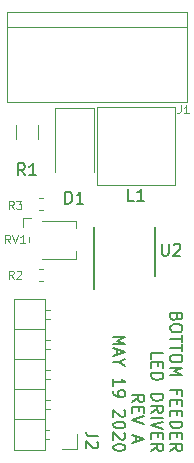
<source format=gbr>
%TF.GenerationSoftware,KiCad,Pcbnew,5.99.0-unknown-ad88874~101~ubuntu20.04.1*%
%TF.CreationDate,2020-05-19T22:39:21-04:00*%
%TF.ProjectId,headlights,68656164-6c69-4676-9874-732e6b696361,rev?*%
%TF.SameCoordinates,Original*%
%TF.FileFunction,Legend,Top*%
%TF.FilePolarity,Positive*%
%FSLAX46Y46*%
G04 Gerber Fmt 4.6, Leading zero omitted, Abs format (unit mm)*
G04 Created by KiCad (PCBNEW 5.99.0-unknown-ad88874~101~ubuntu20.04.1) date 2020-05-19 22:39:21*
%MOMM*%
%LPD*%
G01*
G04 APERTURE LIST*
%ADD10C,0.200000*%
%ADD11C,0.150000*%
%ADD12C,0.120000*%
G04 APERTURE END LIST*
D10*
X122686428Y-77046190D02*
X122638809Y-77189047D01*
X122591190Y-77236666D01*
X122495952Y-77284285D01*
X122353095Y-77284285D01*
X122257857Y-77236666D01*
X122210238Y-77189047D01*
X122162619Y-77093809D01*
X122162619Y-76712857D01*
X123162619Y-76712857D01*
X123162619Y-77046190D01*
X123115000Y-77141428D01*
X123067380Y-77189047D01*
X122972142Y-77236666D01*
X122876904Y-77236666D01*
X122781666Y-77189047D01*
X122734047Y-77141428D01*
X122686428Y-77046190D01*
X122686428Y-76712857D01*
X123162619Y-77903333D02*
X123162619Y-78093809D01*
X123115000Y-78189047D01*
X123019761Y-78284285D01*
X122829285Y-78331904D01*
X122495952Y-78331904D01*
X122305476Y-78284285D01*
X122210238Y-78189047D01*
X122162619Y-78093809D01*
X122162619Y-77903333D01*
X122210238Y-77808095D01*
X122305476Y-77712857D01*
X122495952Y-77665238D01*
X122829285Y-77665238D01*
X123019761Y-77712857D01*
X123115000Y-77808095D01*
X123162619Y-77903333D01*
X123162619Y-78617619D02*
X123162619Y-79189047D01*
X122162619Y-78903333D02*
X123162619Y-78903333D01*
X123162619Y-79379523D02*
X123162619Y-79950952D01*
X122162619Y-79665238D02*
X123162619Y-79665238D01*
X123162619Y-80474761D02*
X123162619Y-80665238D01*
X123115000Y-80760476D01*
X123019761Y-80855714D01*
X122829285Y-80903333D01*
X122495952Y-80903333D01*
X122305476Y-80855714D01*
X122210238Y-80760476D01*
X122162619Y-80665238D01*
X122162619Y-80474761D01*
X122210238Y-80379523D01*
X122305476Y-80284285D01*
X122495952Y-80236666D01*
X122829285Y-80236666D01*
X123019761Y-80284285D01*
X123115000Y-80379523D01*
X123162619Y-80474761D01*
X122162619Y-81331904D02*
X123162619Y-81331904D01*
X122448333Y-81665238D01*
X123162619Y-81998571D01*
X122162619Y-81998571D01*
X122686428Y-83570000D02*
X122686428Y-83236666D01*
X122162619Y-83236666D02*
X123162619Y-83236666D01*
X123162619Y-83712857D01*
X122686428Y-84093809D02*
X122686428Y-84427142D01*
X122162619Y-84570000D02*
X122162619Y-84093809D01*
X123162619Y-84093809D01*
X123162619Y-84570000D01*
X122686428Y-84998571D02*
X122686428Y-85331904D01*
X122162619Y-85474761D02*
X122162619Y-84998571D01*
X123162619Y-84998571D01*
X123162619Y-85474761D01*
X122162619Y-85903333D02*
X123162619Y-85903333D01*
X123162619Y-86141428D01*
X123115000Y-86284285D01*
X123019761Y-86379523D01*
X122924523Y-86427142D01*
X122734047Y-86474761D01*
X122591190Y-86474761D01*
X122400714Y-86427142D01*
X122305476Y-86379523D01*
X122210238Y-86284285D01*
X122162619Y-86141428D01*
X122162619Y-85903333D01*
X122686428Y-86903333D02*
X122686428Y-87236666D01*
X122162619Y-87379523D02*
X122162619Y-86903333D01*
X123162619Y-86903333D01*
X123162619Y-87379523D01*
X122162619Y-88379523D02*
X122638809Y-88046190D01*
X122162619Y-87808095D02*
X123162619Y-87808095D01*
X123162619Y-88189047D01*
X123115000Y-88284285D01*
X123067380Y-88331904D01*
X122972142Y-88379523D01*
X122829285Y-88379523D01*
X122734047Y-88331904D01*
X122686428Y-88284285D01*
X122638809Y-88189047D01*
X122638809Y-87808095D01*
X120552619Y-80570000D02*
X120552619Y-80093809D01*
X121552619Y-80093809D01*
X121076428Y-80903333D02*
X121076428Y-81236666D01*
X120552619Y-81379523D02*
X120552619Y-80903333D01*
X121552619Y-80903333D01*
X121552619Y-81379523D01*
X120552619Y-81808095D02*
X121552619Y-81808095D01*
X121552619Y-82046190D01*
X121505000Y-82189047D01*
X121409761Y-82284285D01*
X121314523Y-82331904D01*
X121124047Y-82379523D01*
X120981190Y-82379523D01*
X120790714Y-82331904D01*
X120695476Y-82284285D01*
X120600238Y-82189047D01*
X120552619Y-82046190D01*
X120552619Y-81808095D01*
X120552619Y-83570000D02*
X121552619Y-83570000D01*
X121552619Y-83808095D01*
X121505000Y-83950952D01*
X121409761Y-84046190D01*
X121314523Y-84093809D01*
X121124047Y-84141428D01*
X120981190Y-84141428D01*
X120790714Y-84093809D01*
X120695476Y-84046190D01*
X120600238Y-83950952D01*
X120552619Y-83808095D01*
X120552619Y-83570000D01*
X120552619Y-85141428D02*
X121028809Y-84808095D01*
X120552619Y-84570000D02*
X121552619Y-84570000D01*
X121552619Y-84950952D01*
X121505000Y-85046190D01*
X121457380Y-85093809D01*
X121362142Y-85141428D01*
X121219285Y-85141428D01*
X121124047Y-85093809D01*
X121076428Y-85046190D01*
X121028809Y-84950952D01*
X121028809Y-84570000D01*
X120552619Y-85570000D02*
X121552619Y-85570000D01*
X121552619Y-85903333D02*
X120552619Y-86236666D01*
X121552619Y-86570000D01*
X121076428Y-86903333D02*
X121076428Y-87236666D01*
X120552619Y-87379523D02*
X120552619Y-86903333D01*
X121552619Y-86903333D01*
X121552619Y-87379523D01*
X120552619Y-88379523D02*
X121028809Y-88046190D01*
X120552619Y-87808095D02*
X121552619Y-87808095D01*
X121552619Y-88189047D01*
X121505000Y-88284285D01*
X121457380Y-88331904D01*
X121362142Y-88379523D01*
X121219285Y-88379523D01*
X121124047Y-88331904D01*
X121076428Y-88284285D01*
X121028809Y-88189047D01*
X121028809Y-87808095D01*
X118942619Y-84236666D02*
X119418809Y-83903333D01*
X118942619Y-83665238D02*
X119942619Y-83665238D01*
X119942619Y-84046190D01*
X119895000Y-84141428D01*
X119847380Y-84189047D01*
X119752142Y-84236666D01*
X119609285Y-84236666D01*
X119514047Y-84189047D01*
X119466428Y-84141428D01*
X119418809Y-84046190D01*
X119418809Y-83665238D01*
X119466428Y-84665238D02*
X119466428Y-84998571D01*
X118942619Y-85141428D02*
X118942619Y-84665238D01*
X119942619Y-84665238D01*
X119942619Y-85141428D01*
X119942619Y-85427142D02*
X118942619Y-85760476D01*
X119942619Y-86093809D01*
X119228333Y-87141428D02*
X119228333Y-87617619D01*
X118942619Y-87046190D02*
X119942619Y-87379523D01*
X118942619Y-87712857D01*
X117332619Y-78712857D02*
X118332619Y-78712857D01*
X117618333Y-79046190D01*
X118332619Y-79379523D01*
X117332619Y-79379523D01*
X117618333Y-79808095D02*
X117618333Y-80284285D01*
X117332619Y-79712857D02*
X118332619Y-80046190D01*
X117332619Y-80379523D01*
X117808809Y-80903333D02*
X117332619Y-80903333D01*
X118332619Y-80570000D02*
X117808809Y-80903333D01*
X118332619Y-81236666D01*
X117332619Y-82855714D02*
X117332619Y-82284285D01*
X117332619Y-82570000D02*
X118332619Y-82570000D01*
X118189761Y-82474761D01*
X118094523Y-82379523D01*
X118046904Y-82284285D01*
X117332619Y-83331904D02*
X117332619Y-83522380D01*
X117380238Y-83617619D01*
X117427857Y-83665238D01*
X117570714Y-83760476D01*
X117761190Y-83808095D01*
X118142142Y-83808095D01*
X118237380Y-83760476D01*
X118285000Y-83712857D01*
X118332619Y-83617619D01*
X118332619Y-83427142D01*
X118285000Y-83331904D01*
X118237380Y-83284285D01*
X118142142Y-83236666D01*
X117904047Y-83236666D01*
X117808809Y-83284285D01*
X117761190Y-83331904D01*
X117713571Y-83427142D01*
X117713571Y-83617619D01*
X117761190Y-83712857D01*
X117808809Y-83760476D01*
X117904047Y-83808095D01*
X118237380Y-84950952D02*
X118285000Y-84998571D01*
X118332619Y-85093809D01*
X118332619Y-85331904D01*
X118285000Y-85427142D01*
X118237380Y-85474761D01*
X118142142Y-85522380D01*
X118046904Y-85522380D01*
X117904047Y-85474761D01*
X117332619Y-84903333D01*
X117332619Y-85522380D01*
X118332619Y-86141428D02*
X118332619Y-86236666D01*
X118285000Y-86331904D01*
X118237380Y-86379523D01*
X118142142Y-86427142D01*
X117951666Y-86474761D01*
X117713571Y-86474761D01*
X117523095Y-86427142D01*
X117427857Y-86379523D01*
X117380238Y-86331904D01*
X117332619Y-86236666D01*
X117332619Y-86141428D01*
X117380238Y-86046190D01*
X117427857Y-85998571D01*
X117523095Y-85950952D01*
X117713571Y-85903333D01*
X117951666Y-85903333D01*
X118142142Y-85950952D01*
X118237380Y-85998571D01*
X118285000Y-86046190D01*
X118332619Y-86141428D01*
X118237380Y-86855714D02*
X118285000Y-86903333D01*
X118332619Y-86998571D01*
X118332619Y-87236666D01*
X118285000Y-87331904D01*
X118237380Y-87379523D01*
X118142142Y-87427142D01*
X118046904Y-87427142D01*
X117904047Y-87379523D01*
X117332619Y-86808095D01*
X117332619Y-87427142D01*
X118332619Y-88046190D02*
X118332619Y-88141428D01*
X118285000Y-88236666D01*
X118237380Y-88284285D01*
X118142142Y-88331904D01*
X117951666Y-88379523D01*
X117713571Y-88379523D01*
X117523095Y-88331904D01*
X117427857Y-88284285D01*
X117380238Y-88236666D01*
X117332619Y-88141428D01*
X117332619Y-88046190D01*
X117380238Y-87950952D01*
X117427857Y-87903333D01*
X117523095Y-87855714D01*
X117713571Y-87808095D01*
X117951666Y-87808095D01*
X118142142Y-87855714D01*
X118237380Y-87903333D01*
X118285000Y-87950952D01*
X118332619Y-88046190D01*
D11*
%TO.C,J2*%
X116047619Y-87166666D02*
X115333333Y-87166666D01*
X115190476Y-87119047D01*
X115095238Y-87023809D01*
X115047619Y-86880952D01*
X115047619Y-86785714D01*
X115952380Y-87595238D02*
X116000000Y-87642857D01*
X116047619Y-87738095D01*
X116047619Y-87976190D01*
X116000000Y-88071428D01*
X115952380Y-88119047D01*
X115857142Y-88166666D01*
X115761904Y-88166666D01*
X115619047Y-88119047D01*
X115047619Y-87547619D01*
X115047619Y-88166666D01*
%TO.C,U2*%
X121438095Y-70852380D02*
X121438095Y-71661904D01*
X121485714Y-71757142D01*
X121533333Y-71804761D01*
X121628571Y-71852380D01*
X121819047Y-71852380D01*
X121914285Y-71804761D01*
X121961904Y-71757142D01*
X122009523Y-71661904D01*
X122009523Y-70852380D01*
X122438095Y-70947619D02*
X122485714Y-70900000D01*
X122580952Y-70852380D01*
X122819047Y-70852380D01*
X122914285Y-70900000D01*
X122961904Y-70947619D01*
X123009523Y-71042857D01*
X123009523Y-71138095D01*
X122961904Y-71280952D01*
X122390476Y-71852380D01*
X123009523Y-71852380D01*
D12*
%TO.C,J1*%
X123016666Y-59116666D02*
X123016666Y-59616666D01*
X122983333Y-59716666D01*
X122916666Y-59783333D01*
X122816666Y-59816666D01*
X122750000Y-59816666D01*
X123716666Y-59816666D02*
X123316666Y-59816666D01*
X123516666Y-59816666D02*
X123516666Y-59116666D01*
X123450000Y-59216666D01*
X123383333Y-59283333D01*
X123316666Y-59316666D01*
%TO.C,RV1*%
X108583333Y-70816666D02*
X108350000Y-70483333D01*
X108183333Y-70816666D02*
X108183333Y-70116666D01*
X108450000Y-70116666D01*
X108516666Y-70150000D01*
X108550000Y-70183333D01*
X108583333Y-70250000D01*
X108583333Y-70350000D01*
X108550000Y-70416666D01*
X108516666Y-70450000D01*
X108450000Y-70483333D01*
X108183333Y-70483333D01*
X108783333Y-70116666D02*
X109016666Y-70816666D01*
X109250000Y-70116666D01*
X109850000Y-70816666D02*
X109450000Y-70816666D01*
X109650000Y-70816666D02*
X109650000Y-70116666D01*
X109583333Y-70216666D01*
X109516666Y-70283333D01*
X109450000Y-70316666D01*
%TO.C,R3*%
X108883333Y-67916666D02*
X108650000Y-67583333D01*
X108483333Y-67916666D02*
X108483333Y-67216666D01*
X108750000Y-67216666D01*
X108816666Y-67250000D01*
X108850000Y-67283333D01*
X108883333Y-67350000D01*
X108883333Y-67450000D01*
X108850000Y-67516666D01*
X108816666Y-67550000D01*
X108750000Y-67583333D01*
X108483333Y-67583333D01*
X109116666Y-67216666D02*
X109550000Y-67216666D01*
X109316666Y-67483333D01*
X109416666Y-67483333D01*
X109483333Y-67516666D01*
X109516666Y-67550000D01*
X109550000Y-67616666D01*
X109550000Y-67783333D01*
X109516666Y-67850000D01*
X109483333Y-67883333D01*
X109416666Y-67916666D01*
X109216666Y-67916666D01*
X109150000Y-67883333D01*
X109116666Y-67850000D01*
%TO.C,R2*%
X108883333Y-73816666D02*
X108650000Y-73483333D01*
X108483333Y-73816666D02*
X108483333Y-73116666D01*
X108750000Y-73116666D01*
X108816666Y-73150000D01*
X108850000Y-73183333D01*
X108883333Y-73250000D01*
X108883333Y-73350000D01*
X108850000Y-73416666D01*
X108816666Y-73450000D01*
X108750000Y-73483333D01*
X108483333Y-73483333D01*
X109150000Y-73183333D02*
X109183333Y-73150000D01*
X109250000Y-73116666D01*
X109416666Y-73116666D01*
X109483333Y-73150000D01*
X109516666Y-73183333D01*
X109550000Y-73250000D01*
X109550000Y-73316666D01*
X109516666Y-73416666D01*
X109116666Y-73816666D01*
X109550000Y-73816666D01*
D11*
%TO.C,R1*%
X109833333Y-65052380D02*
X109500000Y-64576190D01*
X109261904Y-65052380D02*
X109261904Y-64052380D01*
X109642857Y-64052380D01*
X109738095Y-64100000D01*
X109785714Y-64147619D01*
X109833333Y-64242857D01*
X109833333Y-64385714D01*
X109785714Y-64480952D01*
X109738095Y-64528571D01*
X109642857Y-64576190D01*
X109261904Y-64576190D01*
X110785714Y-65052380D02*
X110214285Y-65052380D01*
X110500000Y-65052380D02*
X110500000Y-64052380D01*
X110404761Y-64195238D01*
X110309523Y-64290476D01*
X110214285Y-64338095D01*
%TO.C,L1*%
X119083333Y-67202380D02*
X118607142Y-67202380D01*
X118607142Y-66202380D01*
X119940476Y-67202380D02*
X119369047Y-67202380D01*
X119654761Y-67202380D02*
X119654761Y-66202380D01*
X119559523Y-66345238D01*
X119464285Y-66440476D01*
X119369047Y-66488095D01*
%TO.C,D1*%
X113261904Y-67452380D02*
X113261904Y-66452380D01*
X113500000Y-66452380D01*
X113642857Y-66500000D01*
X113738095Y-66595238D01*
X113785714Y-66690476D01*
X113833333Y-66880952D01*
X113833333Y-67023809D01*
X113785714Y-67214285D01*
X113738095Y-67309523D01*
X113642857Y-67404761D01*
X113500000Y-67452380D01*
X113261904Y-67452380D01*
X114785714Y-67452380D02*
X114214285Y-67452380D01*
X114500000Y-67452380D02*
X114500000Y-66452380D01*
X114404761Y-66595238D01*
X114309523Y-66690476D01*
X114214285Y-66738095D01*
D12*
%TO.C,J2*%
X114270000Y-88270000D02*
X113000000Y-88270000D01*
X114270000Y-87000000D02*
X114270000Y-88270000D01*
X111957071Y-76460000D02*
X111560000Y-76460000D01*
X111957071Y-77220000D02*
X111560000Y-77220000D01*
X111560000Y-78110000D02*
X108900000Y-78110000D01*
X111957071Y-79000000D02*
X111560000Y-79000000D01*
X111957071Y-79760000D02*
X111560000Y-79760000D01*
X111560000Y-80650000D02*
X108900000Y-80650000D01*
X111957071Y-81540000D02*
X111560000Y-81540000D01*
X111957071Y-82300000D02*
X111560000Y-82300000D01*
X111560000Y-83190000D02*
X108900000Y-83190000D01*
X111957071Y-84080000D02*
X111560000Y-84080000D01*
X111957071Y-84840000D02*
X111560000Y-84840000D01*
X111560000Y-85730000D02*
X108900000Y-85730000D01*
X111890000Y-86620000D02*
X111560000Y-86620000D01*
X111890000Y-87380000D02*
X111560000Y-87380000D01*
X108900000Y-88330000D02*
X111560000Y-88330000D01*
X108900000Y-75510000D02*
X108900000Y-88330000D01*
X111560000Y-75510000D02*
X108900000Y-75510000D01*
X111560000Y-88330000D02*
X111560000Y-75510000D01*
D11*
%TO.C,U2*%
X120825000Y-73575000D02*
X120825000Y-69425000D01*
X115675000Y-74675000D02*
X115675000Y-69425000D01*
D12*
%TO.C,J1*%
X123540000Y-51190000D02*
X108300000Y-51190000D01*
X123540000Y-58810000D02*
X108300000Y-58810000D01*
X123540000Y-52460000D02*
X108300000Y-52460000D01*
X108300000Y-51190000D02*
X108300000Y-58810000D01*
X123540000Y-51190000D02*
X123540000Y-58810000D01*
%TO.C,RV1*%
X109650000Y-68700000D02*
X109650000Y-69400000D01*
X110350000Y-68700000D02*
X109650000Y-68700000D01*
X114150000Y-72100000D02*
X114150000Y-71500000D01*
X111250000Y-72100000D02*
X114150000Y-72100000D01*
X114150000Y-68900000D02*
X114150000Y-69500000D01*
X111250000Y-68900000D02*
X114150000Y-68900000D01*
X110150000Y-70300000D02*
X110150000Y-70700000D01*
%TO.C,R3*%
X111037221Y-68010000D02*
X111362779Y-68010000D01*
X111037221Y-66990000D02*
X111362779Y-66990000D01*
%TO.C,R2*%
X111362779Y-72990000D02*
X111037221Y-72990000D01*
X111362779Y-74010000D02*
X111037221Y-74010000D01*
%TO.C,R1*%
X110910000Y-62002064D02*
X110910000Y-60797936D01*
X109090000Y-62002064D02*
X109090000Y-60797936D01*
%TO.C,L1*%
X122550000Y-59237500D02*
X122550000Y-65837500D01*
X115950000Y-59237500D02*
X122550000Y-59237500D01*
X115950000Y-65837500D02*
X115950000Y-59237500D01*
X122550000Y-65837500D02*
X115950000Y-65837500D01*
%TO.C,D1*%
X115650000Y-59350000D02*
X115650000Y-64750000D01*
X112350000Y-59350000D02*
X112350000Y-64750000D01*
X115650000Y-59350000D02*
X112350000Y-59350000D01*
%TD*%
M02*

</source>
